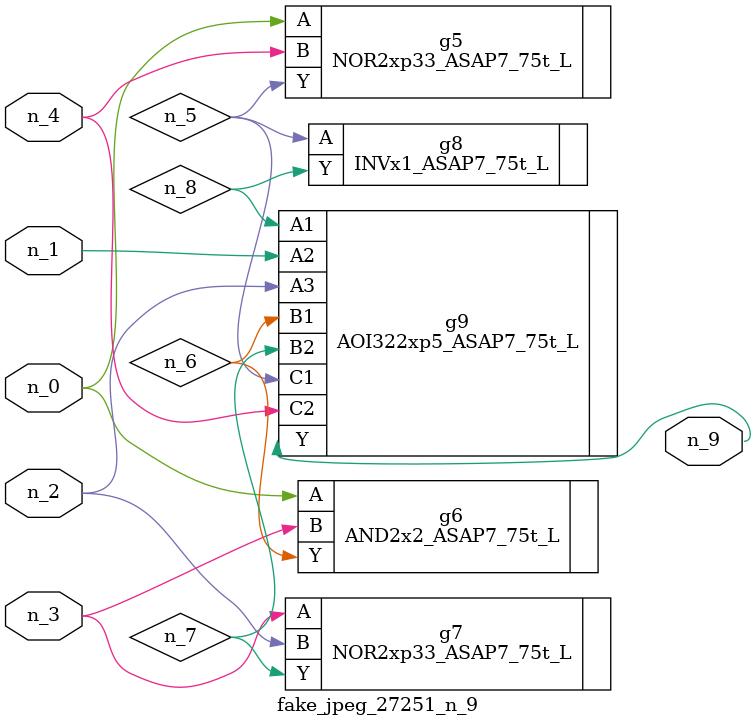
<source format=v>
module fake_jpeg_27251_n_9 (n_3, n_2, n_1, n_0, n_4, n_9);

input n_3;
input n_2;
input n_1;
input n_0;
input n_4;

output n_9;

wire n_8;
wire n_6;
wire n_5;
wire n_7;

NOR2xp33_ASAP7_75t_L g5 ( 
.A(n_0),
.B(n_4),
.Y(n_5)
);

AND2x2_ASAP7_75t_L g6 ( 
.A(n_0),
.B(n_3),
.Y(n_6)
);

NOR2xp33_ASAP7_75t_L g7 ( 
.A(n_3),
.B(n_2),
.Y(n_7)
);

INVx1_ASAP7_75t_L g8 ( 
.A(n_5),
.Y(n_8)
);

AOI322xp5_ASAP7_75t_L g9 ( 
.A1(n_8),
.A2(n_1),
.A3(n_2),
.B1(n_6),
.B2(n_7),
.C1(n_5),
.C2(n_4),
.Y(n_9)
);


endmodule
</source>
